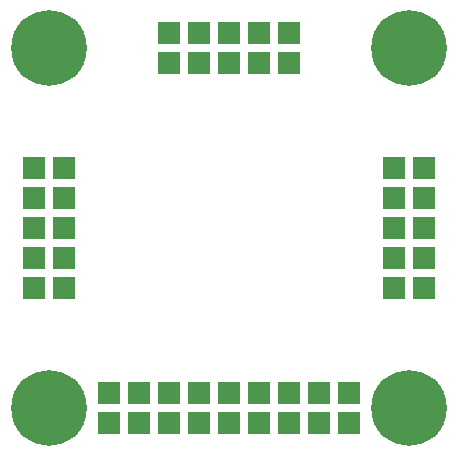
<source format=gbr>
G04 #@! TF.FileFunction,Soldermask,Bot*
%FSLAX46Y46*%
G04 Gerber Fmt 4.6, Leading zero omitted, Abs format (unit mm)*
G04 Created by KiCad (PCBNEW 4.0.2+dfsg1-2~bpo8+1-stable) date Mon 03 Apr 2017 09:19:50 AM CEST*
%MOMM*%
G01*
G04 APERTURE LIST*
%ADD10C,0.100000*%
%ADD11R,1.924000X1.924000*%
%ADD12C,6.400000*%
G04 APERTURE END LIST*
D10*
D11*
X163830000Y-101600000D03*
X161290000Y-101600000D03*
X163830000Y-99060000D03*
X161290000Y-99060000D03*
X163830000Y-96520000D03*
X161290000Y-96520000D03*
X163830000Y-93980000D03*
X161290000Y-93980000D03*
X163830000Y-91440000D03*
X161290000Y-91440000D03*
X157480000Y-110490000D03*
X157480000Y-113030000D03*
X152400000Y-80010000D03*
X152400000Y-82550000D03*
X149860000Y-80010000D03*
X149860000Y-82550000D03*
X147320000Y-80010000D03*
X147320000Y-82550000D03*
X144780000Y-80010000D03*
X144780000Y-82550000D03*
X142240000Y-80010000D03*
X142240000Y-82550000D03*
X133350000Y-101600000D03*
X130810000Y-101600000D03*
X133350000Y-99060000D03*
X130810000Y-99060000D03*
X133350000Y-96520000D03*
X130810000Y-96520000D03*
X133350000Y-93980000D03*
X130810000Y-93980000D03*
X133350000Y-91440000D03*
X130810000Y-91440000D03*
D12*
X132080000Y-111760000D03*
X132080000Y-81280000D03*
X162560000Y-111760000D03*
X162560000Y-81280000D03*
D11*
X154940000Y-110490000D03*
X154940000Y-113030000D03*
X152400000Y-110490000D03*
X152400000Y-113030000D03*
X149860000Y-110490000D03*
X149860000Y-113030000D03*
X147320000Y-110490000D03*
X147320000Y-113030000D03*
X144780000Y-110490000D03*
X144780000Y-113030000D03*
X142240000Y-110490000D03*
X142240000Y-113030000D03*
X139700000Y-110490000D03*
X139700000Y-113030000D03*
X137160000Y-110490000D03*
X137160000Y-113030000D03*
M02*

</source>
